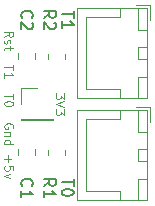
<source format=gbr>
%TF.GenerationSoftware,KiCad,Pcbnew,(6.0.1)*%
%TF.CreationDate,2022-02-14T11:52:32-05:00*%
%TF.ProjectId,SKR-Mini_TFT_Thermistor_Board,534b522d-4d69-46e6-995f-5446545f5468,rev?*%
%TF.SameCoordinates,Original*%
%TF.FileFunction,Legend,Top*%
%TF.FilePolarity,Positive*%
%FSLAX46Y46*%
G04 Gerber Fmt 4.6, Leading zero omitted, Abs format (unit mm)*
G04 Created by KiCad (PCBNEW (6.0.1)) date 2022-02-14 11:52:32*
%MOMM*%
%LPD*%
G01*
G04 APERTURE LIST*
%ADD10C,0.100000*%
%ADD11C,0.150000*%
%ADD12C,0.120000*%
G04 APERTURE END LIST*
D10*
X118672714Y-98101428D02*
X118672714Y-98565714D01*
X118387000Y-98315714D01*
X118387000Y-98422857D01*
X118351285Y-98494285D01*
X118315571Y-98530000D01*
X118244142Y-98565714D01*
X118065571Y-98565714D01*
X117994142Y-98530000D01*
X117958428Y-98494285D01*
X117922714Y-98422857D01*
X117922714Y-98208571D01*
X117958428Y-98137142D01*
X117994142Y-98101428D01*
X118672714Y-98780000D02*
X117922714Y-99030000D01*
X118672714Y-99280000D01*
X118672714Y-99458571D02*
X118672714Y-99922857D01*
X118387000Y-99672857D01*
X118387000Y-99780000D01*
X118351285Y-99851428D01*
X118315571Y-99887142D01*
X118244142Y-99922857D01*
X118065571Y-99922857D01*
X117994142Y-99887142D01*
X117958428Y-99851428D01*
X117922714Y-99780000D01*
X117922714Y-99565714D01*
X117958428Y-99494285D01*
X117994142Y-99458571D01*
X113579714Y-93327857D02*
X113936857Y-93077857D01*
X113579714Y-92899285D02*
X114329714Y-92899285D01*
X114329714Y-93185000D01*
X114294000Y-93256428D01*
X114258285Y-93292142D01*
X114186857Y-93327857D01*
X114079714Y-93327857D01*
X114008285Y-93292142D01*
X113972571Y-93256428D01*
X113936857Y-93185000D01*
X113936857Y-92899285D01*
X113615428Y-93613571D02*
X113579714Y-93685000D01*
X113579714Y-93827857D01*
X113615428Y-93899285D01*
X113686857Y-93935000D01*
X113722571Y-93935000D01*
X113794000Y-93899285D01*
X113829714Y-93827857D01*
X113829714Y-93720714D01*
X113865428Y-93649285D01*
X113936857Y-93613571D01*
X113972571Y-93613571D01*
X114044000Y-93649285D01*
X114079714Y-93720714D01*
X114079714Y-93827857D01*
X114044000Y-93899285D01*
X114079714Y-94149285D02*
X114079714Y-94435000D01*
X114329714Y-94256428D02*
X113686857Y-94256428D01*
X113615428Y-94292142D01*
X113579714Y-94363571D01*
X113579714Y-94435000D01*
X114329714Y-95720714D02*
X114329714Y-96149285D01*
X113579714Y-95935000D02*
X114329714Y-95935000D01*
X113579714Y-96792142D02*
X113579714Y-96363571D01*
X113579714Y-96577857D02*
X114329714Y-96577857D01*
X114222571Y-96506428D01*
X114151142Y-96435000D01*
X114115428Y-96363571D01*
X114329714Y-98149285D02*
X114329714Y-98577857D01*
X113579714Y-98363571D02*
X114329714Y-98363571D01*
X114329714Y-98970714D02*
X114329714Y-99042142D01*
X114294000Y-99113571D01*
X114258285Y-99149285D01*
X114186857Y-99185000D01*
X114044000Y-99220714D01*
X113865428Y-99220714D01*
X113722571Y-99185000D01*
X113651142Y-99149285D01*
X113615428Y-99113571D01*
X113579714Y-99042142D01*
X113579714Y-98970714D01*
X113615428Y-98899285D01*
X113651142Y-98863571D01*
X113722571Y-98827857D01*
X113865428Y-98792142D01*
X114044000Y-98792142D01*
X114186857Y-98827857D01*
X114258285Y-98863571D01*
X114294000Y-98899285D01*
X114329714Y-98970714D01*
X114294000Y-101077857D02*
X114329714Y-101006428D01*
X114329714Y-100899285D01*
X114294000Y-100792142D01*
X114222571Y-100720714D01*
X114151142Y-100685000D01*
X114008285Y-100649285D01*
X113901142Y-100649285D01*
X113758285Y-100685000D01*
X113686857Y-100720714D01*
X113615428Y-100792142D01*
X113579714Y-100899285D01*
X113579714Y-100970714D01*
X113615428Y-101077857D01*
X113651142Y-101113571D01*
X113901142Y-101113571D01*
X113901142Y-100970714D01*
X114079714Y-101435000D02*
X113579714Y-101435000D01*
X114008285Y-101435000D02*
X114044000Y-101470714D01*
X114079714Y-101542142D01*
X114079714Y-101649285D01*
X114044000Y-101720714D01*
X113972571Y-101756428D01*
X113579714Y-101756428D01*
X113579714Y-102435000D02*
X114329714Y-102435000D01*
X113615428Y-102435000D02*
X113579714Y-102363571D01*
X113579714Y-102220714D01*
X113615428Y-102149285D01*
X113651142Y-102113571D01*
X113722571Y-102077857D01*
X113936857Y-102077857D01*
X114008285Y-102113571D01*
X114044000Y-102149285D01*
X114079714Y-102220714D01*
X114079714Y-102363571D01*
X114044000Y-102435000D01*
X113865428Y-103363571D02*
X113865428Y-103935000D01*
X113579714Y-103649285D02*
X114151142Y-103649285D01*
X114329714Y-104649285D02*
X114329714Y-104292142D01*
X113972571Y-104256428D01*
X114008285Y-104292142D01*
X114044000Y-104363571D01*
X114044000Y-104542142D01*
X114008285Y-104613571D01*
X113972571Y-104649285D01*
X113901142Y-104685000D01*
X113722571Y-104685000D01*
X113651142Y-104649285D01*
X113615428Y-104613571D01*
X113579714Y-104542142D01*
X113579714Y-104363571D01*
X113615428Y-104292142D01*
X113651142Y-104256428D01*
X114079714Y-104935000D02*
X113579714Y-105113571D01*
X114079714Y-105292142D01*
D11*
%TO.C,C2*%
X115110857Y-91751333D02*
X115063238Y-91703714D01*
X115015619Y-91560857D01*
X115015619Y-91465619D01*
X115063238Y-91322761D01*
X115158476Y-91227523D01*
X115253714Y-91179904D01*
X115444190Y-91132285D01*
X115587047Y-91132285D01*
X115777523Y-91179904D01*
X115872761Y-91227523D01*
X115968000Y-91322761D01*
X116015619Y-91465619D01*
X116015619Y-91560857D01*
X115968000Y-91703714D01*
X115920380Y-91751333D01*
X115920380Y-92132285D02*
X115968000Y-92179904D01*
X116015619Y-92275142D01*
X116015619Y-92513238D01*
X115968000Y-92608476D01*
X115920380Y-92656095D01*
X115825142Y-92703714D01*
X115729904Y-92703714D01*
X115587047Y-92656095D01*
X115015619Y-92084666D01*
X115015619Y-92703714D01*
%TO.C,R2*%
X116920619Y-91751333D02*
X117396809Y-91418000D01*
X116920619Y-91179904D02*
X117920619Y-91179904D01*
X117920619Y-91560857D01*
X117873000Y-91656095D01*
X117825380Y-91703714D01*
X117730142Y-91751333D01*
X117587285Y-91751333D01*
X117492047Y-91703714D01*
X117444428Y-91656095D01*
X117396809Y-91560857D01*
X117396809Y-91179904D01*
X117825380Y-92132285D02*
X117873000Y-92179904D01*
X117920619Y-92275142D01*
X117920619Y-92513238D01*
X117873000Y-92608476D01*
X117825380Y-92656095D01*
X117730142Y-92703714D01*
X117634904Y-92703714D01*
X117492047Y-92656095D01*
X116920619Y-92084666D01*
X116920619Y-92703714D01*
%TO.C,C1*%
X115110857Y-105975333D02*
X115063238Y-105927714D01*
X115015619Y-105784857D01*
X115015619Y-105689619D01*
X115063238Y-105546761D01*
X115158476Y-105451523D01*
X115253714Y-105403904D01*
X115444190Y-105356285D01*
X115587047Y-105356285D01*
X115777523Y-105403904D01*
X115872761Y-105451523D01*
X115968000Y-105546761D01*
X116015619Y-105689619D01*
X116015619Y-105784857D01*
X115968000Y-105927714D01*
X115920380Y-105975333D01*
X115015619Y-106927714D02*
X115015619Y-106356285D01*
X115015619Y-106642000D02*
X116015619Y-106642000D01*
X115872761Y-106546761D01*
X115777523Y-106451523D01*
X115729904Y-106356285D01*
%TO.C,R1*%
X116920619Y-105975333D02*
X117396809Y-105642000D01*
X116920619Y-105403904D02*
X117920619Y-105403904D01*
X117920619Y-105784857D01*
X117873000Y-105880095D01*
X117825380Y-105927714D01*
X117730142Y-105975333D01*
X117587285Y-105975333D01*
X117492047Y-105927714D01*
X117444428Y-105880095D01*
X117396809Y-105784857D01*
X117396809Y-105403904D01*
X116920619Y-106927714D02*
X116920619Y-106356285D01*
X116920619Y-106642000D02*
X117920619Y-106642000D01*
X117777761Y-106546761D01*
X117682523Y-106451523D01*
X117634904Y-106356285D01*
%TO.C,T0*%
X119444619Y-105380095D02*
X119444619Y-105951523D01*
X118444619Y-105665809D02*
X119444619Y-105665809D01*
X119444619Y-106475333D02*
X119444619Y-106570571D01*
X119397000Y-106665809D01*
X119349380Y-106713428D01*
X119254142Y-106761047D01*
X119063666Y-106808666D01*
X118825571Y-106808666D01*
X118635095Y-106761047D01*
X118539857Y-106713428D01*
X118492238Y-106665809D01*
X118444619Y-106570571D01*
X118444619Y-106475333D01*
X118492238Y-106380095D01*
X118539857Y-106332476D01*
X118635095Y-106284857D01*
X118825571Y-106237238D01*
X119063666Y-106237238D01*
X119254142Y-106284857D01*
X119349380Y-106332476D01*
X119397000Y-106380095D01*
X119444619Y-106475333D01*
%TO.C,T1*%
X119444619Y-91156095D02*
X119444619Y-91727523D01*
X118444619Y-91441809D02*
X119444619Y-91441809D01*
X118444619Y-92584666D02*
X118444619Y-92013238D01*
X118444619Y-92298952D02*
X119444619Y-92298952D01*
X119301761Y-92203714D01*
X119206523Y-92108476D01*
X119158904Y-92013238D01*
D12*
%TO.C,C2*%
X114708000Y-95257252D02*
X114708000Y-94734748D01*
X116178000Y-95257252D02*
X116178000Y-94734748D01*
%TO.C,R2*%
X117248000Y-95223064D02*
X117248000Y-94768936D01*
X118718000Y-95223064D02*
X118718000Y-94768936D01*
%TO.C,C1*%
X116178000Y-102862748D02*
X116178000Y-103385252D01*
X114708000Y-102862748D02*
X114708000Y-103385252D01*
%TO.C,R1*%
X118718000Y-102896936D02*
X118718000Y-103351064D01*
X117248000Y-102896936D02*
X117248000Y-103351064D01*
%TO.C,T0*%
X124907000Y-101378000D02*
X125657000Y-101378000D01*
X119697000Y-107188000D02*
X125667000Y-107188000D01*
X125957000Y-100528000D02*
X125957000Y-99278000D01*
X125657000Y-103878000D02*
X125657000Y-102878000D01*
X124907000Y-105378000D02*
X124907000Y-107178000D01*
X125657000Y-107178000D02*
X125657000Y-105378000D01*
X124907000Y-107178000D02*
X125657000Y-107178000D01*
X123407000Y-107178000D02*
X123407000Y-106428000D01*
X124907000Y-99578000D02*
X124907000Y-101378000D01*
X125657000Y-101378000D02*
X125657000Y-99578000D01*
X123407000Y-106428000D02*
X120457000Y-106428000D01*
X125667000Y-99568000D02*
X119697000Y-99568000D01*
X125657000Y-99578000D02*
X124907000Y-99578000D01*
X119697000Y-99568000D02*
X119697000Y-107188000D01*
X125957000Y-99278000D02*
X124707000Y-99278000D01*
X120457000Y-106428000D02*
X120457000Y-103378000D01*
X123407000Y-100328000D02*
X120457000Y-100328000D01*
X123407000Y-99578000D02*
X123407000Y-100328000D01*
X125657000Y-105378000D02*
X124907000Y-105378000D01*
X125667000Y-107188000D02*
X125667000Y-99568000D01*
X120457000Y-100328000D02*
X120457000Y-103378000D01*
X125657000Y-102878000D02*
X124907000Y-102878000D01*
X124907000Y-103878000D02*
X125657000Y-103878000D01*
X124907000Y-102878000D02*
X124907000Y-103878000D01*
%TO.C,T1*%
X124907000Y-95242000D02*
X125657000Y-95242000D01*
X125667000Y-98552000D02*
X125667000Y-90932000D01*
X119697000Y-90932000D02*
X119697000Y-98552000D01*
X125657000Y-98542000D02*
X125657000Y-96742000D01*
X123407000Y-91692000D02*
X120457000Y-91692000D01*
X125657000Y-96742000D02*
X124907000Y-96742000D01*
X125957000Y-91892000D02*
X125957000Y-90642000D01*
X123407000Y-97792000D02*
X120457000Y-97792000D01*
X125657000Y-92742000D02*
X125657000Y-90942000D01*
X124907000Y-96742000D02*
X124907000Y-98542000D01*
X124907000Y-90942000D02*
X124907000Y-92742000D01*
X125657000Y-95242000D02*
X125657000Y-94242000D01*
X125657000Y-94242000D02*
X124907000Y-94242000D01*
X125667000Y-90932000D02*
X119697000Y-90932000D01*
X125957000Y-90642000D02*
X124707000Y-90642000D01*
X120457000Y-91692000D02*
X120457000Y-94742000D01*
X123407000Y-90942000D02*
X123407000Y-91692000D01*
X124907000Y-98542000D02*
X125657000Y-98542000D01*
X120457000Y-97792000D02*
X120457000Y-94742000D01*
X123407000Y-98542000D02*
X123407000Y-97792000D01*
X124907000Y-92742000D02*
X125657000Y-92742000D01*
X125657000Y-90942000D02*
X124907000Y-90942000D01*
X124907000Y-94242000D02*
X124907000Y-95242000D01*
X119697000Y-98552000D02*
X125667000Y-98552000D01*
%TO.C,J2*%
X117687000Y-100300000D02*
X117687000Y-100360000D01*
X115027000Y-100300000D02*
X115027000Y-100360000D01*
X115027000Y-97700000D02*
X116357000Y-97700000D01*
X115027000Y-100360000D02*
X117687000Y-100360000D01*
X115027000Y-100300000D02*
X117687000Y-100300000D01*
X115027000Y-99030000D02*
X115027000Y-97700000D01*
%TD*%
M02*

</source>
